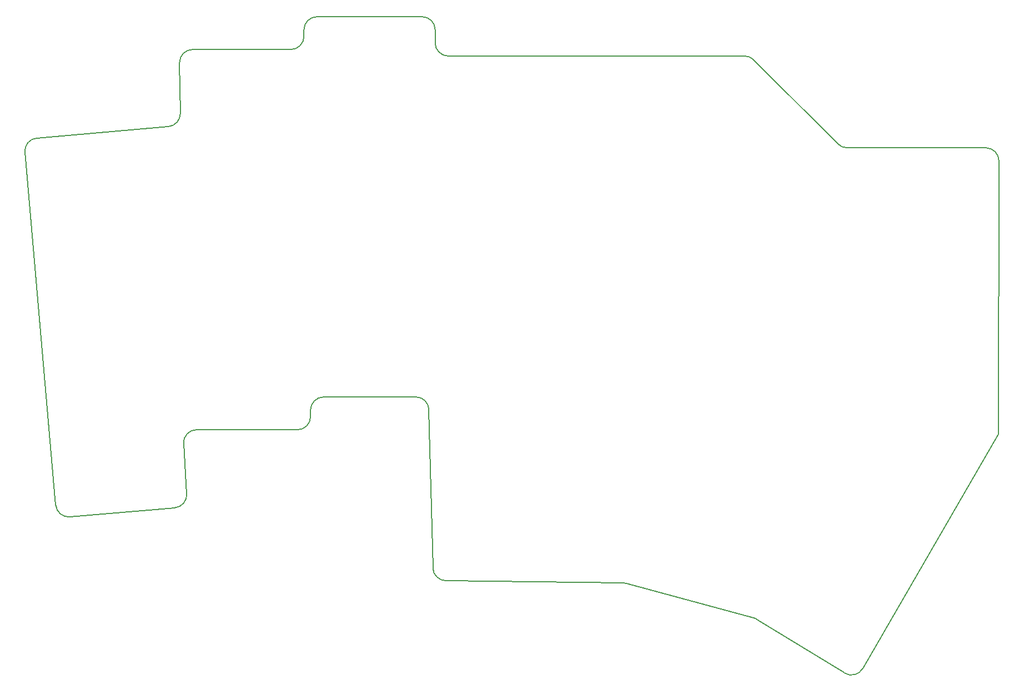
<source format=gbr>
%TF.GenerationSoftware,KiCad,Pcbnew,8.0.0*%
%TF.CreationDate,2024-03-12T02:30:12+01:00*%
%TF.ProjectId,cornish-v1,636f726e-6973-4682-9d76-312e6b696361,v1.0.0*%
%TF.SameCoordinates,Original*%
%TF.FileFunction,Profile,NP*%
%FSLAX46Y46*%
G04 Gerber Fmt 4.6, Leading zero omitted, Abs format (unit mm)*
G04 Created by KiCad (PCBNEW 8.0.0) date 2024-03-12 02:30:12*
%MOMM*%
%LPD*%
G01*
G04 APERTURE LIST*
%TA.AperFunction,Profile*%
%ADD10C,0.150000*%
%TD*%
G04 APERTURE END LIST*
D10*
X172606796Y-93301108D02*
X172606795Y-92301108D01*
X194232926Y-176325285D02*
G75*
G02*
X192258600Y-174375429I25077J1999871D01*
G01*
X190606795Y-90301108D02*
G75*
G02*
X192606865Y-92301108I59J-2000011D01*
G01*
X194606796Y-96301108D02*
G75*
G02*
X192606834Y-94301109I-23J1999939D01*
G01*
X171606795Y-153301109D02*
X156238800Y-153301108D01*
X278500000Y-154000000D02*
X257807096Y-189714118D01*
X134758641Y-164778951D02*
X130052231Y-110984437D01*
X130052231Y-110984437D02*
G75*
G02*
X131870315Y-108817804I1992352J174280D01*
G01*
X154242878Y-155428765D02*
X154732142Y-163078460D01*
X154242878Y-155428765D02*
G75*
G02*
X156238800Y-153301126I1995899J127661D01*
G01*
X173606795Y-150301109D02*
G75*
G02*
X175606796Y-148301054I2000004J51D01*
G01*
X152910532Y-165198505D02*
X136925342Y-166597028D01*
X189656170Y-148301108D02*
G75*
G02*
X191655574Y-150251123I-15J-2000045D01*
G01*
X192606795Y-92301108D02*
X192606795Y-94301109D01*
X172606796Y-93301108D02*
G75*
G02*
X170606795Y-95301074I-1999983J17D01*
G01*
X221240970Y-176664300D02*
G75*
G02*
X221738000Y-176733501I-25103J-1999833D01*
G01*
X154732142Y-163078460D02*
G75*
G02*
X152910531Y-165198491I-1995937J-127630D01*
G01*
X241192582Y-96886895D02*
X254021009Y-109715322D01*
X192258654Y-174375428D02*
X191655546Y-150251124D01*
X189656171Y-148301108D02*
X175606796Y-148301108D01*
X239778369Y-96301109D02*
G75*
G02*
X241192567Y-96886910I-27J-1999993D01*
G01*
X131870309Y-108817736D02*
X151932295Y-107062540D01*
X153757743Y-105039153D02*
X153638277Y-97332106D01*
X241161270Y-181986427D02*
X221738000Y-176733500D01*
X241161271Y-181986429D02*
G75*
G02*
X241686848Y-182213451I-522113J-1930624D01*
G01*
X255435223Y-110301108D02*
G75*
G02*
X254021034Y-109715297I43J1999984D01*
G01*
X153757743Y-105039153D02*
G75*
G02*
X151932298Y-107062574I-1999809J-30987D01*
G01*
X173606796Y-151301108D02*
G75*
G02*
X171606795Y-153301154I-2000015J-31D01*
G01*
X172606794Y-92301109D02*
G75*
G02*
X174606795Y-90301155I1999988J-34D01*
G01*
X153638278Y-97332107D02*
G75*
G02*
X155638037Y-95301127I1999770J30970D01*
G01*
X173606796Y-150301108D02*
X173606795Y-151301109D01*
X257807096Y-189714119D02*
G75*
G02*
X255027308Y-190417780I-1732087J999990D01*
G01*
X136925343Y-166597029D02*
G75*
G02*
X134758679Y-164778948I-174271J1992397D01*
G01*
X278569172Y-112338042D02*
X278500000Y-154000000D01*
X276569512Y-110301108D02*
G75*
G02*
X278569140Y-112338041I16J-1999954D01*
G01*
X255435223Y-110301108D02*
X276569513Y-110301108D01*
X194606795Y-96301108D02*
X239778369Y-96301109D01*
X255027336Y-190417734D02*
X241686846Y-182213454D01*
X174606795Y-90301108D02*
X190606796Y-90301108D01*
X155638037Y-95301108D02*
X170606795Y-95301109D01*
X221240970Y-176664299D02*
X194232926Y-176325286D01*
M02*

</source>
